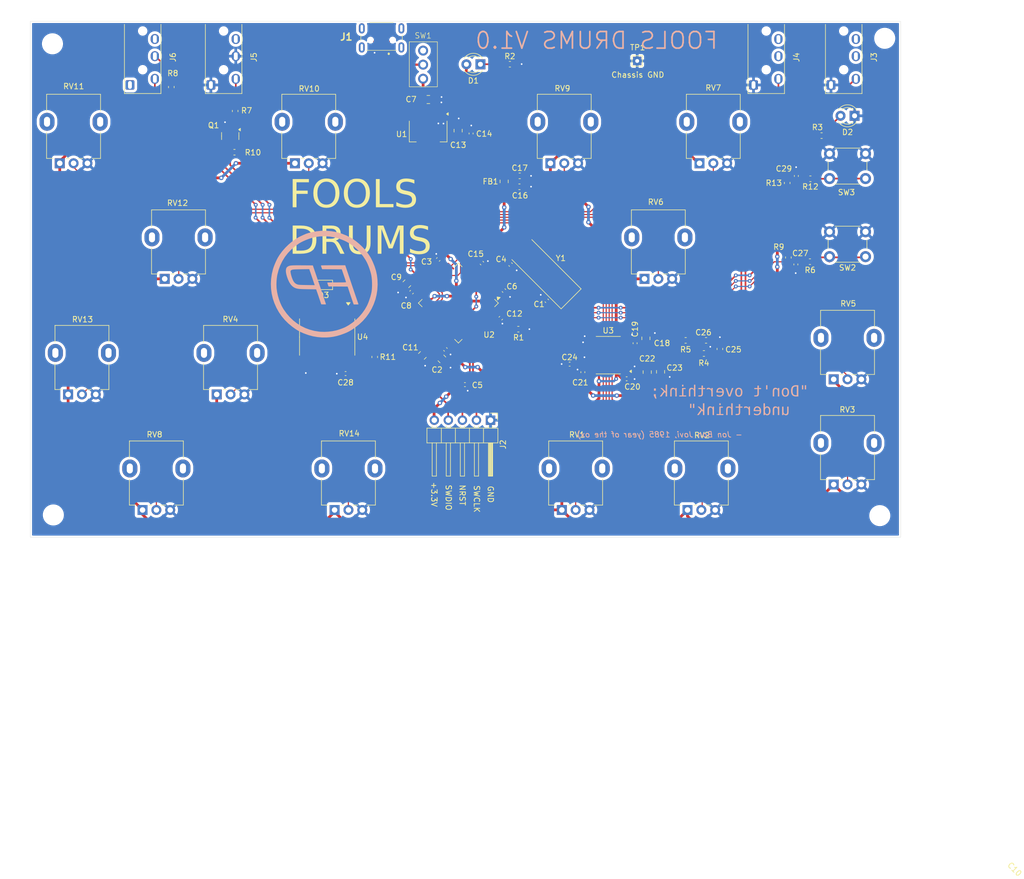
<source format=kicad_pcb>
(kicad_pcb
	(version 20240108)
	(generator "pcbnew")
	(generator_version "8.0")
	(general
		(thickness 1.6)
		(legacy_teardrops no)
	)
	(paper "A4")
	(layers
		(0 "F.Cu" signal)
		(31 "B.Cu" signal)
		(32 "B.Adhes" user "B.Adhesive")
		(33 "F.Adhes" user "F.Adhesive")
		(34 "B.Paste" user)
		(35 "F.Paste" user)
		(36 "B.SilkS" user "B.Silkscreen")
		(37 "F.SilkS" user "F.Silkscreen")
		(38 "B.Mask" user)
		(39 "F.Mask" user)
		(40 "Dwgs.User" user "User.Drawings")
		(41 "Cmts.User" user "User.Comments")
		(42 "Eco1.User" user "User.Eco1")
		(43 "Eco2.User" user "User.Eco2")
		(44 "Edge.Cuts" user)
		(45 "Margin" user)
		(46 "B.CrtYd" user "B.Courtyard")
		(47 "F.CrtYd" user "F.Courtyard")
		(48 "B.Fab" user)
		(49 "F.Fab" user)
		(50 "User.1" user)
		(51 "User.2" user)
		(52 "User.3" user)
		(53 "User.4" user)
		(54 "User.5" user)
		(55 "User.6" user)
		(56 "User.7" user)
		(57 "User.8" user)
		(58 "User.9" user)
	)
	(setup
		(stackup
			(layer "F.SilkS"
				(type "Top Silk Screen")
			)
			(layer "F.Paste"
				(type "Top Solder Paste")
			)
			(layer "F.Mask"
				(type "Top Solder Mask")
				(thickness 0.01)
			)
			(layer "F.Cu"
				(type "copper")
				(thickness 0.035)
			)
			(layer "dielectric 1"
				(type "core")
				(thickness 1.51)
				(material "FR4")
				(epsilon_r 4.5)
				(loss_tangent 0.02)
			)
			(layer "B.Cu"
				(type "copper")
				(thickness 0.035)
			)
			(layer "B.Mask"
				(type "Bottom Solder Mask")
				(thickness 0.01)
			)
			(layer "B.Paste"
				(type "Bottom Solder Paste")
			)
			(layer "B.SilkS"
				(type "Bottom Silk Screen")
			)
			(copper_finish "None")
			(dielectric_constraints no)
		)
		(pad_to_mask_clearance 0)
		(allow_soldermask_bridges_in_footprints no)
		(pcbplotparams
			(layerselection 0x00010fc_ffffffff)
			(plot_on_all_layers_selection 0x0000000_00000000)
			(disableapertmacros no)
			(usegerberextensions yes)
			(usegerberattributes yes)
			(usegerberadvancedattributes yes)
			(creategerberjobfile no)
			(dashed_line_dash_ratio 12.000000)
			(dashed_line_gap_ratio 3.000000)
			(svgprecision 4)
			(plotframeref no)
			(viasonmask no)
			(mode 1)
			(useauxorigin no)
			(hpglpennumber 1)
			(hpglpenspeed 20)
			(hpglpendiameter 15.000000)
			(pdf_front_fp_property_popups yes)
			(pdf_back_fp_property_popups yes)
			(dxfpolygonmode yes)
			(dxfimperialunits yes)
			(dxfusepcbnewfont yes)
			(psnegative no)
			(psa4output no)
			(plotreference yes)
			(plotvalue no)
			(plotfptext yes)
			(plotinvisibletext no)
			(sketchpadsonfab no)
			(subtractmaskfromsilk yes)
			(outputformat 1)
			(mirror no)
			(drillshape 0)
			(scaleselection 1)
			(outputdirectory "Gerber/drumbadum/")
		)
	)
	(net 0 "")
	(net 1 "GND")
	(net 2 "/OSC_IN")
	(net 3 "+3.3V")
	(net 4 "/OSC_OUT")
	(net 5 "/NRST")
	(net 6 "Net-(U2-VCAP_1)")
	(net 7 "Net-(U2-VCAP_2)")
	(net 8 "+3.3VA")
	(net 9 "Net-(C25-Pad1)")
	(net 10 "START_BTN")
	(net 11 "MODE_SELECT_BTN")
	(net 12 "Net-(D1-K)")
	(net 13 "Net-(D2-A)")
	(net 14 "Net-(D3-K)")
	(net 15 "Net-(D3-A)")
	(net 16 "unconnected-(J1-D+-Pad3)")
	(net 17 "unconnected-(J1-D--Pad2)")
	(net 18 "unconnected-(J1-ID-Pad4)")
	(net 19 "/SWDIO")
	(net 20 "/SWCLK")
	(net 21 "unconnected-(J3-PadR)")
	(net 22 "unconnected-(J4-PadR)")
	(net 23 "Net-(J5-PadT)")
	(net 24 "Net-(J6-PadR)")
	(net 25 "unconnected-(J6-PadS)")
	(net 26 "CLOCK_IN")
	(net 27 "Net-(Q1-B)")
	(net 28 "/BOOT0")
	(net 29 "MIDI_RECEIVE")
	(net 30 "pot_1")
	(net 31 "pot_2")
	(net 32 "pot_3")
	(net 33 "pot_4")
	(net 34 "pot_5")
	(net 35 "pot_6")
	(net 36 "pot_7")
	(net 37 "pot_8")
	(net 38 "pot_9")
	(net 39 "pot_10")
	(net 40 "pot_11")
	(net 41 "pot_12")
	(net 42 "pot_13")
	(net 43 "pot_14")
	(net 44 "unconnected-(U2-PB9-Pad62)")
	(net 45 "I2S_CLOCK")
	(net 46 "unconnected-(U2-PC7-Pad38)")
	(net 47 "unconnected-(U2-PA8-Pad41)")
	(net 48 "unconnected-(U2-PB4-Pad56)")
	(net 49 "unconnected-(U2-PB14-Pad35)")
	(net 50 "unconnected-(U2-PC9-Pad40)")
	(net 51 "unconnected-(U2-PA11-Pad44)")
	(net 52 "unconnected-(U2-PC8-Pad39)")
	(net 53 "unconnected-(U2-PC6-Pad37)")
	(net 54 "unconnected-(U2-PA12-Pad45)")
	(net 55 "unconnected-(U2-PB15-Pad36)")
	(net 56 "I2S_DATA")
	(net 57 "unconnected-(U2-PD2-Pad54)")
	(net 58 "unconnected-(U2-PA9-Pad42)")
	(net 59 "I2S_WORD_SELECT")
	(net 60 "unconnected-(U2-PB12-Pad33)")
	(net 61 "unconnected-(U2-PC11-Pad52)")
	(net 62 "unconnected-(U2-PC3-Pad11)")
	(net 63 "unconnected-(U2-PC15-Pad4)")
	(net 64 "unconnected-(U2-PB13-Pad34)")
	(net 65 "unconnected-(U2-PC14-Pad3)")
	(net 66 "unconnected-(U4-NC-Pad1)")
	(net 67 "unconnected-(U4-Pad7)")
	(net 68 "unconnected-(U4-NC-Pad4)")
	(net 69 "Net-(C26-Pad1)")
	(net 70 "unconnected-(U2-PC10-Pad51)")
	(net 71 "/DAC/CAPP")
	(net 72 "/DAC/CAPM")
	(net 73 "/DAC/VNEG")
	(net 74 "/DAC/LDOO")
	(net 75 "/DAC/OUT_L")
	(net 76 "/DAC/OUT_R")
	(net 77 "unconnected-(U2-PB10-Pad29)")
	(net 78 "unconnected-(U2-PB11-Pad30)")
	(net 79 "Net-(SW2-A)")
	(net 80 "Net-(SW3-B)")
	(net 81 "unconnected-(SW1-A-Pad1)")
	(net 82 "unconnected-(U2-PC0-Pad8)")
	(net 83 "unconnected-(U2-PB8-Pad61)")
	(net 84 "/MODE_LED")
	(net 85 "unconnected-(U2-PC13-Pad2)")
	(net 86 "/VBUS")
	(net 87 "/VBUS_I")
	(net 88 "unconnected-(J1-Shield-Pad6)")
	(net 89 "unconnected-(J1-Shield-Pad6)_0")
	(net 90 "unconnected-(J1-Shield-Pad6)_1")
	(net 91 "unconnected-(J1-Shield-Pad6)_2")
	(footprint "Capacitor_SMD:C_0805_2012Metric" (layer "F.Cu") (at 94.945 75.9808))
	(footprint "Diode_SMD:D_SOD-323" (layer "F.Cu") (at 76.03 109.48 180))
	(footprint "Capacitor_SMD:C_0402_1005Metric" (layer "F.Cu") (at 109.8 105.8 -45))
	(footprint "Capacitor_SMD:C_0402_1005Metric" (layer "F.Cu") (at 161.436 89.792 90))
	(footprint "Connector_USB:USB_Micro_B_MJ_U254051N4BH806" (layer "F.Cu") (at 86.487 64.084 180))
	(footprint "Potentiometer_THT:Potentiometer_Alpha_RD901F-40-00D_Single_Vertical" (layer "F.Cu") (at 70.8298 87.5 90))
	(footprint "Package_TO_SOT_SMD:SOT-223-3_TabPin2" (layer "F.Cu") (at 94.9075 81.7208 -90))
	(footprint "Capacitor_SMD:C_0603_1608Metric" (layer "F.Cu") (at 109.675 69.6))
	(footprint "Capacitor_SMD:C_0603_1608Metric" (layer "F.Cu") (at 59.9038 85.5))
	(footprint "Capacitor_SMD:C_0603_1608Metric" (layer "F.Cu") (at 111.2 117.475))
	(footprint "Potentiometer_THT:Potentiometer_Alpha_RD901F-40-00D_Single_Vertical" (layer "F.Cu") (at 117 87.5 90))
	(footprint "Package_SO:SOP-8_6.605x9.655mm_P2.54mm" (layer "F.Cu") (at 76.66 118.9 -90))
	(footprint "Connector_Audio:PJ-320A_PCB" (layer "F.Cu") (at 45.5214 59.895 -90))
	(footprint "LED_THT:LED_D3.0mm" (layer "F.Cu") (at 171.963 78.9216 180))
	(footprint "Capacitor_SMD:C_0603_1608Metric" (layer "F.Cu") (at 111.4 91.75))
	(footprint "Capacitor_SMD:C_0402_1005Metric" (layer "F.Cu") (at 91.910589 110.789411 -135))
	(footprint "TestPoint:TestPoint_THTPad_1.5x1.5mm_Drill0.7mm" (layer "F.Cu") (at 132.68 69.01))
	(footprint "Potentiometer_THT:Potentiometer_Alpha_RD901F-40-00D_Single_Vertical" (layer "F.Cu") (at 56.7 129.266266 90))
	(footprint "Capacitor_SMD:C_0603_1608Metric" (layer "F.Cu") (at 160 104.525 90))
	(footprint "Capacitor_SMD:C_0603_1608Metric" (layer "F.Cu") (at 144.733 121.8692))
	(footprint "Potentiometer_THT:Potentiometer_Alpha_RD901F-40-00D_Single_Vertical" (layer "F.Cu") (at 134 108.383133 90))
	(footprint "Capacitor_SMD:C_0603_1608Metric" (layer "F.Cu") (at 141.438 119.5026))
	(footprint "Capacitor_SMD:C_0603_1608Metric" (layer "F.Cu") (at 60.0308 78.0542 -90))
	(footprint "Capacitor_SMD:C_0402_1005Metric" (layer "F.Cu") (at 130.773 126.4426))
	(footprint "Potentiometer_THT:Potentiometer_Alpha_RD901F-40-00D_Single_Vertical" (layer "F.Cu") (at 143.934993 87.5 90))
	(footprint "MountingHole:MountingHole_3.2mm_M3" (layer "F.Cu") (at 27.18 151.05))
	(footprint "Crystal:Crystal_SMD_HC49-SD" (layer "F.Cu") (at 116.0018 107.2642 135))
	(footprint "Capacitor_SMD:C_0402_1005Metric" (layer "F.Cu") (at 96.7232 104.8766 45))
	(footprint "Capacitor_SMD:C_0603_1608Metric" (layer "F.Cu") (at 48.5 73.725 -90))
	(footprint "Button_Switch_THT:SW_PUSH_6mm_H8mm" (layer "F.Cu") (at 167.438 85.7616))
	(footprint "Button_Switch_THT:spdt_mini_MJ" (layer "F.Cu") (at 93.995 69.6808))
	(footprint "Capacitor_SMD:C_0402_1005Metric" (layer "F.Cu") (at 79.9828 125.5 180))
	(footprint "Potentiometer_THT:Potentiometer_Alpha_RD901F-40-00D_Single_Vertical" (layer "F.Cu") (at 168.188 126.539566 90))
	(footprint "LED_THT:LED_D3.0mm" (layer "F.Cu") (at 104.354 69.6158 180))
	(footprint "Capacitor_SMD:C_0402_1005Metric" (layer "F.Cu") (at 108.6 110.5 -45))
	(footprint "Potentiometer_THT:Potentiometer_Alpha_RD901F-40-00D_Single_Vertical" (layer "F.Cu") (at 29.844 129.266266 90))
	(footprint "Capacitor_SMD:C_0805_2012Metric" (layer "F.Cu") (at 100.325 81.6008 90))
	(footprint "Capacitor_SMD:C_0603_1608Metric" (layer "F.Cu") (at 111.45 89.775))
	(footprint "Capacitor_SMD:C_0603_1608Metric"
		(layer "F.Cu")
		(uuid "719cfbac-7359-4eae-8fc5-ca121158aea9")
		(at 147.623 121.0542 90)
		(descr "Capacitor SMD 0603 (1608 Metric), square (rectangular) end terminal, IPC_7351 nominal, (Body size source: IPC-SM-782 page 76, https://www.pcb-3d.com/wordpress/wp-content/uploads/ipc-sm-782a_amendment_1_and_2.pdf), generated with kicad-footprint-generator")
		(tags "capacitor")
		(property "Reference" "C25"
			(at -0.1038 2.4402 0)
			(layer "F.SilkS")
			(uuid "80d9bc8a-9d4e-403b-9cfd-002ef9361553")
			(effects
				(font
					(size 1 1)
					(thickness 0.15)
				)
			)
		)
		(property "Value" "2.2n"
			(at 0 1.43 -90)
			(layer "F.Fab")
			(uuid "af43709a-fe28-45b2-a5ee-6311b427c61c")
			(effects
				(font
					(size 1 1)
					(thickness 0.15)
				)
			)
		)
		(property "Footprint" "Capacitor_SMD:C_0603_1608Metric"
			(at 0 0 90)
			(unlocked yes)
			(layer "F.Fab")
			(hide yes)
			(uuid "6201d331-b33a-46d9-b130-e973fb860af6")
			(effects
				(font
					(size 1.27 1.27)
				)
			)
		)
		(property "Datasheet" ""
			(at 0 0 90)
			(unlocked yes)
			(layer "F.Fab")
			(hide yes)
			(uuid "ddee7758-0fef-4afd-b4f8-1da61ad6b7fe")
			(effects
				(font
					(size 1.27 1.27)
				)
			)
		)
		(property "Description" "Unpolarized capacitor"
			(at 0 0 90)
			(unlocked yes)
			(layer "F.Fab")
			(hide yes)
			(uuid "57fb05e7-62dc-4b0e-bb90-27ef62bce90f")
			(effects
				(font
					(size 1.27 1.27)
				)
			)
		)
		(property "LSC Part No" "C1604"
			(at 0 0 90)
			(unlocked yes)
			(layer "F.Fab")
			(hide yes)
			(uuid "99079335-b099-4f3e-8fb4-9d074d4e1459")
			(effects
				(font
					(size 1 1)
					(thickness 0.15)
				)
			)
		)
		(property ki_fp_filters "C_*")
		(path "/34dc2cf5-60f7-4d22-9da1-bea5883a102d/6938d46b-7118-4c10-bb8d-d8af184af591")
		(sheetname "DAC")
		(sheetfile "DAC.kicad_sch")
		(attr smd)
		(fp_line
			(start -0.14058 -0.51)
			(end 0.14058 -0.51)
			(stroke
				(width 0.12)
				(type solid)
			)
			(layer "F.SilkS")
			(uuid "a147a9ba-bd88-4b79-b568-2d32b5490e30")
		)
		(fp_line
			(start -0.14058 0.51)
			(end 0.14058 0.51)
			(stroke
				(width 0.12)
				(type solid)
			)
			(layer "F.SilkS")
			(uuid "3502b5c1-3f64-46e0-85d3-c1b7d9d6b640")
		)
		(fp_line
			(start 1.48 -0.73)
			(end 1.48 0.73)
			(stroke
				(width 0.05)
				(type solid)
			)
			(layer "F.CrtYd")
			(uuid "7938859e-8ef8-4050-954d-6665c0772da1")
		)
		(fp_line
			(start -1.48 -0.73)
			(end 1.48 -0.73)
			(stroke
				(width 0.05)
				(type solid)
			)
			(layer "F.CrtYd")
			(uuid "5dc33a55-69fe-4f82-beac-ac0de47f3269")
		)
		(fp_line
			(start 1.48 0.73)
			(end -1.48 0.73)
			(stroke
				(width 0.05)
				(type solid)
			)
			(layer "F.CrtYd")
			(uuid "0b07a063-9a58-4999-b57b-c9dcf185ad4a")
		)
		(fp_line
			(start -1.48 0.73)
			(end -1.48 -0.73)
			(stroke
				(width 0.05)
				(type solid)
			)
			(layer "F.CrtYd")
			(uuid "6aa73a33-a82a-400f-9acf-4481f33c4be6")
		)
		(fp_line
			(start 0.8 -0.4)
			(end 0.8 0.4)
			(stroke
				(width 0.1)
				(type solid)
			)
			(layer "F.Fab")
			(uuid "a7cbb69c-7f80-4479-abae-05aa1ccb0703")
		)
		(fp_line
			(start
... [677527 chars truncated]
</source>
